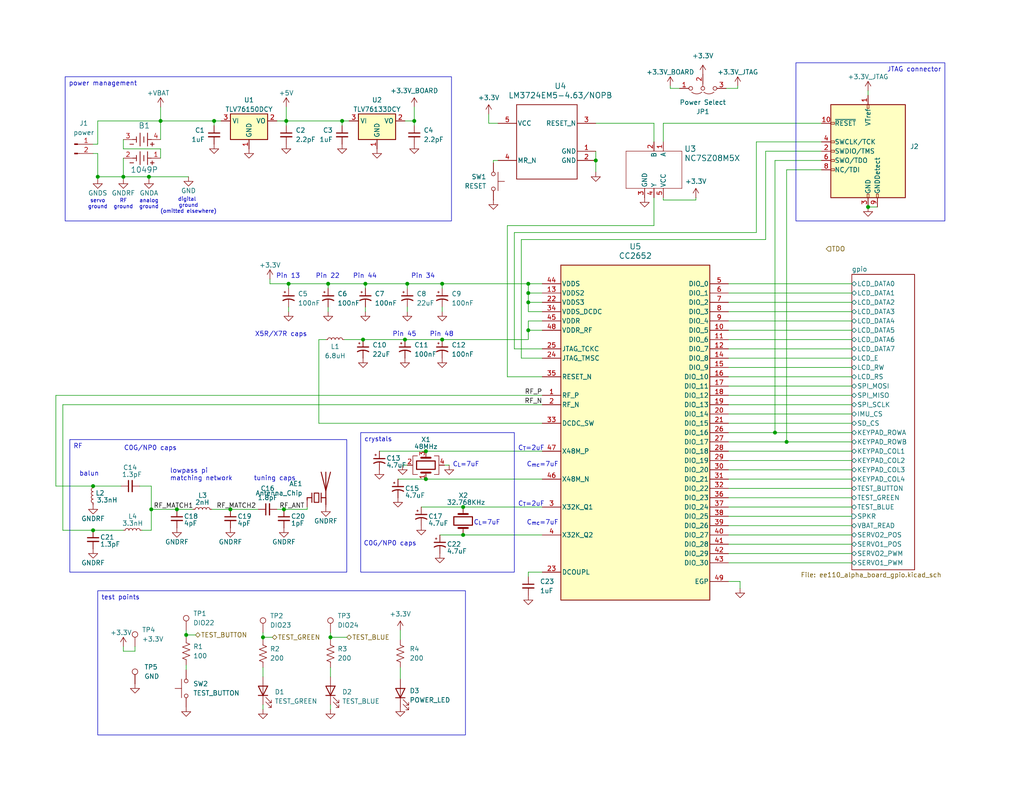
<source format=kicad_sch>
(kicad_sch (version 20231120) (generator "eeschema") (generator_version "8.0")
  (paper "A")
  (title_block (title "EE 110 Alpha Board - rev.2") (date "2024-04-25") (rev "1.0.0") (company "Adam Krivka"))
  (lib_symbols
    (symbol "+3.3V_1" (power) (pin_numbers hide) (pin_names (offset 0) hide)
      (property "Value" "+3.3V" (at 0 3.556 0))
      (symbol "+3.3V_1_1_1"
        (pin power_in line (at 0 0 90) (length 0) (name "~") (number "1"))
      )
    )
    (symbol "+3.3V_2" (power) (pin_numbers hide) (pin_names (offset 0) hide)
      (property "Value" "+3.3V" (at 0 3.556 0))
      (symbol "+3.3V_2_1_1"
        (pin power_in line (at 0 0 90) (length 0) (name "~") (number "1"))
      )
    )
    (symbol "+3.3V_3" (power) (pin_numbers hide) (pin_names (offset 0) hide)
      (property "Value" "+3.3V" (at 0 3.556 0))
      (symbol "+3.3V_3_1_1"
        (pin power_in line (at 0 0 90) (length 0) (name "~") (number "1"))
      )
    )
    (symbol "+3.3V_4" (power) (pin_numbers hide) (pin_names (offset 0) hide)
      (property "Value" "+3.3V" (at 0 3.556 0))
      (symbol "+3.3V_4_1_1"
        (pin power_in line (at 0 0 90) (length 0) (name "~") (number "1"))
      )
    )
    (symbol "CC26X2R:CC2652R1FRGZR" (pin_names (offset 0.254))
      (property "Reference" "U7" (at 0 49.53 0))
      (property "Value" "CC2652R1FRGZR" (at 0 46.99 0))
      (symbol "CC2652R1FRGZR_0_1"
        (pin bidirectional line (at -25.4 10.16 0) (length 5.08) (name "RF_P") (number "1"))
        (pin bidirectional line (at 25.4 27.94 180) (length 5.08) (name "DIO_5") (number "10"))
        (pin bidirectional line (at 25.4 25.4 180) (length 5.08) (name "DIO_6") (number "11"))
        (pin bidirectional line (at 25.4 22.86 180) (length 5.08) (name "DIO_7") (number "12"))
        (pin power_in line (at -25.4 38.1 0) (length 5.08) (name "VDDS2") (number "13"))
        (pin bidirectional line (at 25.4 20.32 180) (length 5.08) (name "DIO_8") (number "14"))
        (pin bidirectional line (at 25.4 17.78 180) (length 5.08) (name "DIO_9") (number "15"))
        (pin bidirectional line (at 25.4 15.24 180) (length 5.08) (name "DIO_10") (number "16"))
        (pin bidirectional line (at 25.4 12.7 180) (length 5.08) (name "DIO_11") (number "17"))
        (pin bidirectional line (at 25.4 10.16 180) (length 5.08) (name "DIO_12") (number "18"))
        (pin bidirectional line (at 25.4 7.62 180) (length 5.08) (name "DIO_13") (number "19"))
        (pin bidirectional line (at -25.4 7.62 0) (length 5.08) (name "RF_N") (number "2"))
        (pin bidirectional line (at 25.4 5.08 180) (length 5.08) (name "DIO_14") (number "20"))
        (pin bidirectional line (at 25.4 2.54 180) (length 5.08) (name "DIO_15") (number "21"))
        (pin power_in line (at -25.4 35.56 0) (length 5.08) (name "VDDS3") (number "22"))
        (pin unspecified line (at -25.4 -38.1 0) (length 5.08) (name "DCOUPL") (number "23"))
        (pin bidirectional line (at -25.4 20.32 0) (length 5.08) (name "JTAG_TMSC") (number "24"))
        (pin bidirectional line (at -25.4 22.86 0) (length 5.08) (name "JTAG_TCKC") (number "25"))
        (pin bidirectional line (at 25.4 0 180) (length 5.08) (name "DIO_16") (number "26"))
        (pin bidirectional line (at 25.4 -2.54 180) (length 5.08) (name "DIO_17") (number "27"))
        (pin bidirectional line (at 25.4 -5.08 180) (length 5.08) (name "DIO_18") (number "28"))
        (pin bidirectional line (at 25.4 -7.62 180) (length 5.08) (name "DIO_19") (number "29"))
        (pin bidirectional line (at -25.4 -20.32 0) (length 5.08) (name "X32K_Q1") (number "3"))
        (pin bidirectional line (at 25.4 -10.16 180) (length 5.08) (name "DIO_20") (number "30"))
        (pin bidirectional line (at 25.4 -12.7 180) (length 5.08) (name "DIO_21") (number "31"))
        (pin bidirectional line (at 25.4 -15.24 180) (length 5.08) (name "DIO_22") (number "32"))
        (pin power_in line (at -25.4 2.54 0) (length 5.08) (name "DCDC_SW") (number "33"))
        (pin power_in line (at -25.4 33.02 0) (length 5.08) (name "VDDS_DCDC") (number "34"))
        (pin input line (at -25.4 15.24 0) (length 5.08) (name "RESET_N") (number "35"))
        (pin bidirectional line (at 25.4 -17.78 180) (length 5.08) (name "DIO_23") (number "36"))
        (pin bidirectional line (at 25.4 -20.32 180) (length 5.08) (name "DIO_24") (number "37"))
        (pin bidirectional line (at 25.4 -22.86 180) (length 5.08) (name "DIO_25") (number "38"))
        (pin bidirectional line (at 25.4 -25.4 180) (length 5.08) (name "DIO_26") (number "39"))
        (pin bidirectional line (at -25.4 -27.94 0) (length 5.08) (name "X32K_Q2") (number "4"))
        (pin bidirectional line (at 25.4 -27.94 180) (length 5.08) (name "DIO_27") (number "40"))
        (pin bidirectional line (at 25.4 -30.48 180) (length 5.08) (name "DIO_28") (number "41"))
        (pin bidirectional line (at 25.4 -33.02 180) (length 5.08) (name "DIO_29") (number "42"))
        (pin bidirectional line (at 25.4 -35.56 180) (length 5.08) (name "DIO_30") (number "43"))
        (pin power_in line (at -25.4 40.64 0) (length 5.08) (name "VDDS") (number "44"))
        (pin power_in line (at -25.4 30.48 0) (length 5.08) (name "VDDR") (number "45"))
        (pin bidirectional line (at -25.4 -12.7 0) (length 5.08) (name "X48M_N") (number "46"))
        (pin bidirectional line (at -25.4 -5.08 0) (length 5.08) (name "X48M_P") (number "47"))
        (pin power_in line (at -25.4 27.94 0) (length 5.08) (name "VDDR_RF") (number "48"))
        (pin power_in line (at 25.4 -40.64 180) (length 5.08) (name "EGP") (number "49"))
        (pin bidirectional line (at 25.4 40.64 180) (length 5.08) (name "DIO_0") (number "5"))
        (pin bidirectional line (at 25.4 38.1 180) (length 5.08) (name "DIO_1") (number "6"))
        (pin bidirectional line (at 25.4 35.56 180) (length 5.08) (name "DIO_2") (number "7"))
        (pin bidirectional line (at 25.4 33.02 180) (length 5.08) (name "DIO_3") (number "8"))
        (pin bidirectional line (at 25.4 30.48 180) (length 5.08) (name "DIO_4") (number "9"))
      )
    )
    (symbol "Connector:Conn_01x02_Pin" (pin_names (offset 1.016) hide)
      (property "Reference" "J" (at 0 2.54 0))
      (property "Value" "Conn_01x02_Pin" (at 0 -5.08 0))
      (symbol "Conn_01x02_Pin_1_1"
        (pin passive line (at 5.08 0 180) (length 3.81) (name "Pin_1") (number "1"))
        (pin passive line (at 5.08 -2.54 180) (length 3.81) (name "Pin_2") (number "2"))
      )
    )
    (symbol "Connector:Conn_ARM_JTAG_SWD_10" (pin_names (offset 1.016))
      (property "Reference" "J" (at -2.54 16.51 0))
      (property "Value" "Conn_ARM_JTAG_SWD_10" (at -2.54 13.97 0))
      (symbol "Conn_ARM_JTAG_SWD_10_1_1"
        (pin power_in line (at 0 15.24 270) (length 2.54) (name "VTref") (number "1"))
        (pin open_collector line (at 12.7 7.62 180) (length 2.54) (name "~{RESET}") (number "10"))
        (pin bidirectional line (at 12.7 0 180) (length 2.54) (name "SWDIO/TMS") (number "2"))
        (pin power_in line (at 0 -15.24 90) (length 2.54) (name "GND") (number "3"))
        (pin output line (at 12.7 2.54 180) (length 2.54) (name "SWCLK/TCK") (number "4"))
        (pin passive line (at 0 -15.24 90) (length 2.54) hide (name "GND") (number "5"))
        (pin input line (at 12.7 -2.54 180) (length 2.54) (name "SWO/TDO") (number "6"))
        (pin no_connect line (at -10.16 0 0) (length 2.54) hide (name "KEY") (number "7"))
        (pin output line (at 12.7 -5.08 180) (length 2.54) (name "NC/TDI") (number "8"))
        (pin passive line (at -2.54 -15.24 90) (length 2.54) (name "GNDDetect") (number "9"))
      )
    )
    (symbol "Connector:TestPoint" (pin_numbers hide) (pin_names (offset 0.762) hide)
      (property "Reference" "TP" (at 0 6.858 0))
      (property "Value" "TestPoint" (at 0 5.08 0))
      (symbol "TestPoint_1_1"
        (pin passive line (at 0 0 90) (length 2.54) (name "1") (number "1"))
      )
    )
    (symbol "Device:Antenna_Chip" (pin_numbers hide) (pin_names (offset 1.016) hide)
      (property "Reference" "AE" (at 0 5.08 0))
      (property "Value" "Antenna_Chip" (at 0 3.175 0))
      (symbol "Antenna_Chip_1_1"
        (pin input line (at -2.54 -2.54 90) (length 2.54) (name "FEED") (number "1"))
        (pin passive line (at 2.54 -2.54 90) (length 2.54) (name "PCB_Trace") (number "2"))
      )
    )
    (symbol "Device:C_Polarized_Small_US" (pin_numbers hide) (pin_names (offset 0.254) hide)
      (property "Reference" "C" (at 0.254 1.778 0))
      (property "Value" "C_Polarized_Small_US" (at 0.254 -2.032 0))
      (symbol "C_Polarized_Small_US_1_1"
        (pin passive line (at 0 2.54 270) (length 2.032) (name "~") (number "1"))
        (pin passive line (at 0 -2.54 90) (length 2.032) (name "~") (number "2"))
      )
    )
    (symbol "Device:C_Small" (pin_numbers hide) (pin_names (offset 0.254) hide)
      (property "Reference" "C" (at 0.254 1.778 0))
      (property "Value" "C_Small" (at 0.254 -2.032 0))
      (symbol "C_Small_1_1"
        (pin passive line (at 0 2.54 270) (length 2.032) (name "~") (number "1"))
        (pin passive line (at 0 -2.54 90) (length 2.032) (name "~") (number "2"))
      )
    )
    (symbol "Device:Crystal" (pin_numbers hide) (pin_names (offset 1.016) hide)
      (property "Reference" "Y" (at 0 3.81 0))
      (property "Value" "Crystal" (at 0 -3.81 0))
      (symbol "Crystal_1_1"
        (pin passive line (at -3.81 0 0) (length 1.27) (name "1") (number "1"))
        (pin passive line (at 3.81 0 180) (length 1.27) (name "2") (number "2"))
      )
    )
    (symbol "Device:Crystal_GND24" (pin_names (offset 1.016) hide)
      (property "Reference" "Y" (at 3.175 5.08 0))
      (property "Value" "Crystal_GND24" (at 3.175 3.175 0))
      (symbol "Crystal_GND24_1_1"
        (pin passive line (at -3.81 0 0) (length 1.27) (name "1") (number "1"))
        (pin passive line (at 0 5.08 270) (length 1.27) (name "2") (number "2"))
        (pin passive line (at 3.81 0 180) (length 1.27) (name "3") (number "3"))
        (pin passive line (at 0 -5.08 90) (length 1.27) (name "4") (number "4"))
      )
    )
    (symbol "Device:LED" (pin_numbers hide) (pin_names (offset 1.016) hide)
      (property "Reference" "D" (at 0 2.54 0))
      (property "Value" "LED" (at 0 -2.54 0))
      (symbol "LED_1_1"
        (pin passive line (at -3.81 0 0) (length 2.54) (name "K") (number "1"))
        (pin passive line (at 3.81 0 180) (length 2.54) (name "A") (number "2"))
      )
    )
    (symbol "Device:L_Small" (pin_numbers hide) (pin_names (offset 0.254) hide)
      (property "Reference" "L" (at 0.762 1.016 0))
      (property "Value" "L_Small" (at 0.762 -1.016 0))
      (symbol "L_Small_1_1"
        (pin passive line (at 0 2.54 270) (length 0.508) (name "~") (number "1"))
        (pin passive line (at 0 -2.54 90) (length 0.508) (name "~") (number "2"))
      )
    )
    (symbol "Device:R_US" (pin_numbers hide) (pin_names (offset 0))
      (property "Reference" "R" (at 2.54 0 90))
      (property "Value" "R_US" (at -2.54 0 90))
      (symbol "R_US_1_1"
        (pin passive line (at 0 3.81 270) (length 1.27) (name "~") (number "1"))
        (pin passive line (at 0 -3.81 90) (length 1.27) (name "~") (number "2"))
      )
    )
    (symbol "EE110_Battery:1049P" (pin_names (offset 0.254))
      (property "Reference" "B1" (at 4.445 -8.89 0))
      (property "Value" "1049P" (at 4.445 3.175 0))
      (symbol "1049P_1_1"
        (pin unspecified line (at 0 0 0) (length 2.54) (name "") (number "1"))
        (pin unspecified line (at 10.16 0 180) (length 2.54) (name "") (number "2"))
        (pin unspecified line (at 10.16 -5.08 180) (length 2.54) (name "") (number "3"))
        (pin unspecified line (at 0 -5.08 0) (length 2.54) (name "") (number "4"))
      )
    )
    (symbol "GND_2" (power) (pin_numbers hide) (pin_names (offset 0) hide)
      (property "Value" "GND" (at 0 -3.81 0))
      (symbol "GND_2_1_1"
        (pin power_in line (at 0 0 270) (length 0) (name "~") (number "1"))
      )
    )
    (symbol "GND_3" (power) (pin_numbers hide) (pin_names (offset 0) hide)
      (property "Value" "GND" (at 0 -3.81 0))
      (symbol "GND_3_1_1"
        (pin power_in line (at 0 0 270) (length 0) (name "~") (number "1"))
      )
    )
    (symbol "Jumper:Jumper_3_Open" (pin_names (offset 0) hide) (exclude_from_sim yes) (in_bom no)
      (property "Reference" "JP" (at -2.54 -2.54 0))
      (property "Value" "Jumper_3_Open" (at 0 2.794 0))
      (symbol "Jumper_3_Open_1_1"
        (pin passive line (at -6.35 0 0) (length 2.54) (name "A") (number "1"))
        (pin passive line (at 0 -3.81 90) (length 2.54) (name "C") (number "2"))
        (pin passive line (at 6.35 0 180) (length 2.54) (name "B") (number "3"))
      )
    )
    (symbol "Regulator_Linear:TLV76133DCY"
      (property "Reference" "U" (at -7.62 6.35 0))
      (property "Value" "TLV76133DCY" (at -1.27 6.35 0))
      (symbol "TLV76133DCY_1_1"
        (pin power_in line (at 0 -7.62 90) (length 2.54) (name "GND") (number "1"))
        (pin power_out line (at 7.62 0 180) (length 2.54) (name "VO") (number "2"))
        (pin power_in line (at -7.62 0 0) (length 2.54) (name "VI") (number "3"))
      )
    )
    (symbol "Regulator_Linear:TLV76150DCY"
      (property "Reference" "U" (at -7.62 6.35 0))
      (property "Value" "TLV76150DCY" (at -1.27 6.35 0))
      (symbol "TLV76150DCY_1_1"
        (pin power_in line (at 0 -7.62 90) (length 2.54) (name "GND") (number "1"))
        (pin power_out line (at 7.62 0 180) (length 2.54) (name "VO") (number "2"))
        (pin power_in line (at -7.62 0 0) (length 2.54) (name "VI") (number "3"))
      )
    )
    (symbol "Switch:SW_Push" (pin_numbers hide) (pin_names (offset 1.016) hide)
      (property "Reference" "SW" (at 1.27 2.54 0))
      (property "Value" "SW_Push" (at 0 -1.524 0))
      (symbol "SW_Push_0_1"
        (pin passive line (at -5.08 0 0) (length 2.54) (name "1") (number "1"))
        (pin passive line (at 5.08 0 180) (length 2.54) (name "2") (number "2"))
      )
    )
    (symbol "and_gate:NC7SZ08M5X" (pin_names (offset 0.254))
      (property "Reference" "U2" (at 11.4299 6.35 90))
      (property "Value" "NC7SZ08M5X" (at 13.9699 6.35 90))
      (symbol "NC7SZ08M5X_1_1"
        (pin input line (at 5.08 0 0) (length 2.54) (name "A") (number "1"))
        (pin input line (at 5.08 -2.54 0) (length 2.54) (name "B") (number "2"))
        (pin power_in line (at 20.32 -5.08 180) (length 2.54) (name "GND") (number "3"))
        (pin output line (at 20.32 -2.54 180) (length 2.54) (name "Y") (number "4"))
        (pin power_in line (at 20.32 0 180) (length 2.54) (name "VCC") (number "5"))
      )
    )
    (symbol "power:+3.3V" (power) (pin_names (offset 0))
      (property "Value" "+3.3V" (at 0 3.556 0))
      (symbol "+3.3V_1_1"
        (pin power_in line (at 0 0 90) (length 0) hide (name "+3.3V") (number "1"))
      )
    )
    (symbol "power:+5V" (power) (pin_names (offset 0))
      (property "Value" "+5V" (at 0 3.556 0))
      (symbol "+5V_1_1"
        (pin power_in line (at 0 0 90) (length 0) hide (name "+5V") (number "1"))
      )
    )
    (symbol "power:+5VD" (power) (pin_names (offset 0))
      (property "Value" "+5VD" (at 0 3.556 0))
      (symbol "+5VD_1_1"
        (pin power_in line (at 0 0 90) (length 0) hide (name "+5VD") (number "1"))
      )
    )
    (symbol "power:GND" (power) (pin_names (offset 0))
      (property "Value" "GND" (at 0 -3.81 0))
      (symbol "GND_1_1"
        (pin power_in line (at 0 0 270) (length 0) hide (name "GND") (number "1"))
      )
    )
    (symbol "power:GND1" (power) (pin_names (offset 0))
      (property "Value" "GNDR" (at 0 -3.81 0))
      (symbol "GND1_1_1"
        (pin power_in line (at 0 0 270) (length 0) hide (name "GND1") (number "1"))
      )
    )
    (symbol "power:GNDA" (power) (pin_names (offset 0))
      (property "Value" "GNDA" (at 0 -3.81 0))
      (symbol "GNDA_1_1"
        (pin power_in line (at 0 0 270) (length 0) hide (name "GNDA") (number "1"))
      )
    )
    (symbol "power:GNDS" (power) (pin_names (offset 0))
      (property "Value" "GNDS" (at 0 -3.81 0))
      (symbol "GNDS_1_1"
        (pin power_in line (at 0 0 270) (length 0) hide (name "GNDS") (number "1"))
      )
    )
    (symbol "reset_chip:LM3724EM5-4.63_NOPB" (pin_names (offset 0.254))
      (property "Reference" "U1" (at -5.842 15.24 0))
      (property "Value" "LM3724EM5-4.63/NOPB" (at -5.842 12.7 0))
      (symbol "LM3724EM5-4.63_NOPB_0_1"
        (pin power_in line (at 3.81 -2.54 180) (length 5.08) (name "GND") (number "1"))
        (pin power_in line (at 3.81 -5.08 180) (length 5.08) (name "GND") (number "2"))
        (pin output line (at 3.81 5.08 180) (length 5.08) (name "RESET_N") (number "3"))
        (pin input line (at -22.86 -5.08 0) (length 5.08) (name "MR_N") (number "4"))
        (pin power_in line (at -22.86 5.08 0) (length 5.08) (name "VCC") (number "5"))
      )
    )
  )
  (junction (at 116.205 123.19))
  (junction (at 126.365 138.43))
  (junction (at 144.145 90.17))
  (junction (at 78.105 33.02))
  (junction (at 120.65 77.47))
  (junction (at 40.64 48.26))
  (junction (at 111.125 77.47))
  (junction (at 89.535 77.47))
  (junction (at 62.865 139.065))
  (junction (at 126.365 146.05))
  (junction (at 77.47 139.065))
  (junction (at 93.345 33.02))
  (junction (at 162.56 43.815))
  (junction (at 120.65 92.71))
  (junction (at 50.8 173.355))
  (junction (at 33.655 48.26))
  (junction (at 144.145 77.47))
  (junction (at 211.455 118.11))
  (junction (at 26.67 48.26))
  (junction (at 113.03 33.02))
  (junction (at 71.755 173.99))
  (junction (at 99.06 92.71))
  (junction (at 144.145 82.55))
  (junction (at 144.145 80.01))
  (junction (at 25.4 132.715))
  (junction (at 99.695 77.47))
  (junction (at 41.275 139.065))
  (junction (at 90.17 173.99))
  (junction (at 78.74 77.47))
  (junction (at 214.63 120.65))
  (junction (at 25.4 144.78))
  (junction (at 43.815 33.02))
  (junction (at 116.205 130.81))
  (junction (at 236.855 56.515))
  (junction (at 48.26 139.065))
  (junction (at 110.49 92.71))
  (junction (at 58.42 33.02))
  (wire (pts (xy 26.67 41.91) (xy 26.67 48.26)))
  (wire (pts (xy 180.975 54.61) (xy 189.865 54.61)))
  (wire (pts (xy 40.64 48.26) (xy 51.435 48.26)))
  (wire (pts (xy 126.365 146.05) (xy 147.955 146.05)))
  (wire (pts (xy 25.4 144.78) (xy 33.655 144.78)))
  (wire (pts (xy 198.755 143.51) (xy 232.41 143.51)))
  (wire (pts (xy 99.695 77.47) (xy 99.695 78.74)))
  (wire (pts (xy 144.145 85.09) (xy 147.955 85.09)))
  (wire (pts (xy 198.755 115.57) (xy 232.41 115.57)))
  (wire (pts (xy 17.145 110.49) (xy 147.955 110.49)))
  (wire (pts (xy 71.755 182.245) (xy 71.755 184.785)))
  (wire (pts (xy 144.145 82.55) (xy 147.955 82.55)))
  (wire (pts (xy 120.015 146.05) (xy 126.365 146.05)))
  (wire (pts (xy 93.98 92.71) (xy 99.06 92.71)))
  (wire (pts (xy 198.755 102.87) (xy 232.41 102.87)))
  (wire (pts (xy 109.22 182.245) (xy 109.22 185.42)))
  (wire (pts (xy 138.43 102.87) (xy 147.955 102.87)))
  (wire (pts (xy 198.755 95.25) (xy 232.41 95.25)))
  (wire (pts (xy 198.755 135.89) (xy 232.41 135.89)))
  (wire (pts (xy 75.565 33.02) (xy 78.105 33.02)))
  (wire (pts (xy 33.655 40.64) (xy 43.815 40.64)))
  (wire (pts (xy 78.74 83.82) (xy 78.74 85.09)))
  (wire (pts (xy 120.65 77.47) (xy 144.145 77.47)))
  (wire (pts (xy 78.105 33.02) (xy 93.345 33.02)))
  (wire (pts (xy 144.145 77.47) (xy 147.955 77.47)))
  (wire (pts (xy 142.24 65.405) (xy 142.24 97.79)))
  (wire (pts (xy 198.755 133.35) (xy 232.41 133.35)))
  (wire (pts (xy 99.695 77.47) (xy 111.125 77.47)))
  (wire (pts (xy 89.535 77.47) (xy 89.535 78.74)))
  (wire (pts (xy 113.03 33.02) (xy 113.03 34.29)))
  (wire (pts (xy 86.995 115.57) (xy 147.955 115.57)))
  (wire (pts (xy 43.815 33.02) (xy 43.815 38.1)))
  (wire (pts (xy 198.755 113.03) (xy 232.41 113.03)))
  (wire (pts (xy 134.62 43.815) (xy 134.62 44.45)))
  (wire (pts (xy 111.125 77.47) (xy 111.125 78.74)))
  (wire (pts (xy 25.4 41.91) (xy 26.67 41.91)))
  (wire (pts (xy 103.505 123.19) (xy 116.205 123.19)))
  (wire (pts (xy 110.49 92.71) (xy 120.65 92.71)))
  (wire (pts (xy 214.63 120.65) (xy 232.41 120.65)))
  (wire (pts (xy 15.24 132.715) (xy 25.4 132.715)))
  (wire (pts (xy 93.345 33.02) (xy 95.25 33.02)))
  (wire (pts (xy 178.435 33.655) (xy 178.435 38.735)))
  (wire (pts (xy 206.375 38.735) (xy 224.155 38.735)))
  (wire (pts (xy 133.35 33.655) (xy 133.35 31.115)))
  (wire (pts (xy 78.74 77.47) (xy 78.74 78.74)))
  (wire (pts (xy 140.335 95.25) (xy 140.335 63.5)))
  (wire (pts (xy 41.275 139.065) (xy 48.26 139.065)))
  (wire (pts (xy 41.275 139.065) (xy 41.275 132.715)))
  (wire (pts (xy 208.915 41.275) (xy 208.915 65.405)))
  (wire (pts (xy 33.655 48.26) (xy 40.64 48.26)))
  (wire (pts (xy 89.535 83.82) (xy 89.535 85.09)))
  (wire (pts (xy 77.47 139.065) (xy 83.82 139.065)))
  (wire (pts (xy 111.125 77.47) (xy 120.65 77.47)))
  (wire (pts (xy 43.815 33.02) (xy 58.42 33.02)))
  (wire (pts (xy 224.155 46.355) (xy 214.63 46.355)))
  (wire (pts (xy 135.89 33.655) (xy 133.35 33.655)))
  (wire (pts (xy 180.975 33.655) (xy 224.155 33.655)))
  (wire (pts (xy 110.49 33.02) (xy 113.03 33.02)))
  (wire (pts (xy 121.285 127) (xy 122.555 127)))
  (wire (pts (xy 36.83 177.8) (xy 36.83 176.53)))
  (wire (pts (xy 25.4 132.715) (xy 33.02 132.715)))
  (wire (pts (xy 198.755 140.97) (xy 232.41 140.97)))
  (wire (pts (xy 62.865 139.065) (xy 70.485 139.065)))
  (wire (pts (xy 138.43 61.595) (xy 138.43 102.87)))
  (wire (pts (xy 57.785 139.065) (xy 62.865 139.065)))
  (wire (pts (xy 90.17 173.99) (xy 90.17 174.625)))
  (wire (pts (xy 198.12 24.13) (xy 201.295 24.13)))
  (wire (pts (xy 182.88 24.13) (xy 182.88 23.495)))
  (wire (pts (xy 185.42 24.13) (xy 182.88 24.13)))
  (wire (pts (xy 180.975 54.61) (xy 180.975 53.975)))
  (wire (pts (xy 162.56 41.275) (xy 162.56 43.815)))
  (wire (pts (xy 33.655 177.8) (xy 33.655 176.53)))
  (wire (pts (xy 198.755 92.71) (xy 232.41 92.71)))
  (wire (pts (xy 15.24 107.95) (xy 147.955 107.95)))
  (wire (pts (xy 75.565 139.065) (xy 77.47 139.065)))
  (wire (pts (xy 198.755 82.55) (xy 232.41 82.55)))
  (wire (pts (xy 120.65 83.82) (xy 120.65 85.09)))
  (wire (pts (xy 198.755 105.41) (xy 232.41 105.41)))
  (wire (pts (xy 198.755 128.27) (xy 232.41 128.27)))
  (wire (pts (xy 198.755 138.43) (xy 232.41 138.43)))
  (wire (pts (xy 198.755 77.47) (xy 232.41 77.47)))
  (wire (pts (xy 189.865 54.61) (xy 189.865 53.975)))
  (wire (pts (xy 36.83 177.8) (xy 33.655 177.8)))
  (wire (pts (xy 201.93 158.75) (xy 201.93 160.655)))
  (wire (pts (xy 144.145 156.21) (xy 144.145 157.48)))
  (wire (pts (xy 90.17 173.99) (xy 94.615 173.99)))
  (wire (pts (xy 144.145 90.17) (xy 144.145 92.71)))
  (wire (pts (xy 144.145 80.01) (xy 144.145 77.47)))
  (wire (pts (xy 144.145 87.63) (xy 144.145 90.17)))
  (wire (pts (xy 78.74 77.47) (xy 89.535 77.47)))
  (wire (pts (xy 120.65 92.71) (xy 144.145 92.71)))
  (wire (pts (xy 201.295 24.13) (xy 201.295 23.495)))
  (wire (pts (xy 71.755 173.99) (xy 71.755 172.72)))
  (wire (pts (xy 111.125 83.82) (xy 111.125 85.09)))
  (wire (pts (xy 198.755 123.19) (xy 232.41 123.19)))
  (wire (pts (xy 58.42 33.02) (xy 60.325 33.02)))
  (wire (pts (xy 33.655 48.26) (xy 33.655 48.895)))
  (wire (pts (xy 53.34 173.355) (xy 50.8 173.355)))
  (wire (pts (xy 109.22 172.085) (xy 109.22 174.625)))
  (wire (pts (xy 147.955 90.17) (xy 144.145 90.17)))
  (wire (pts (xy 90.17 182.245) (xy 90.17 184.785)))
  (wire (pts (xy 26.67 39.37) (xy 26.67 33.02)))
  (wire (pts (xy 89.535 77.47) (xy 99.695 77.47)))
  (wire (pts (xy 99.06 92.71) (xy 110.49 92.71)))
  (wire (pts (xy 86.995 92.71) (xy 86.995 115.57)))
  (wire (pts (xy 198.755 153.67) (xy 232.41 153.67)))
  (wire (pts (xy 211.455 118.11) (xy 232.41 118.11)))
  (wire (pts (xy 198.755 90.17) (xy 232.41 90.17)))
  (wire (pts (xy 38.735 144.78) (xy 41.275 144.78)))
  (wire (pts (xy 144.145 80.01) (xy 147.955 80.01)))
  (wire (pts (xy 116.205 123.19) (xy 147.955 123.19)))
  (wire (pts (xy 90.17 173.99) (xy 90.17 172.72)))
  (wire (pts (xy 198.755 80.01) (xy 232.41 80.01)))
  (wire (pts (xy 236.855 56.515) (xy 239.395 56.515)))
  (wire (pts (xy 198.755 85.09) (xy 232.41 85.09)))
  (wire (pts (xy 78.105 29.21) (xy 78.105 33.02)))
  (wire (pts (xy 71.755 192.405) (xy 71.755 193.675)))
  (wire (pts (xy 17.145 110.49) (xy 17.145 144.78)))
  (wire (pts (xy 41.275 144.78) (xy 41.275 139.065)))
  (wire (pts (xy 178.435 53.975) (xy 178.435 61.595)))
  (wire (pts (xy 113.03 29.21) (xy 113.03 33.02)))
  (wire (pts (xy 211.455 43.815) (xy 211.455 118.11)))
  (wire (pts (xy 198.755 110.49) (xy 232.41 110.49)))
  (wire (pts (xy 50.8 181.61) (xy 50.8 182.88)))
  (wire (pts (xy 40.64 48.26) (xy 40.64 48.895)))
  (wire (pts (xy 198.755 118.11) (xy 211.455 118.11)))
  (wire (pts (xy 93.345 33.02) (xy 93.345 34.29)))
  (wire (pts (xy 58.42 33.02) (xy 58.42 34.29)))
  (wire (pts (xy 120.65 77.47) (xy 120.65 78.74)))
  (wire (pts (xy 78.105 33.02) (xy 78.105 34.29)))
  (wire (pts (xy 26.67 48.26) (xy 26.67 48.895)))
  (wire (pts (xy 198.755 87.63) (xy 232.41 87.63)))
  (wire (pts (xy 208.915 41.275) (xy 224.155 41.275)))
  (wire (pts (xy 17.145 144.78) (xy 25.4 144.78)))
  (wire (pts (xy 147.955 156.21) (xy 144.145 156.21)))
  (wire (pts (xy 135.89 43.815) (xy 134.62 43.815)))
  (wire (pts (xy 48.26 139.065) (xy 52.705 139.065)))
  (wire (pts (xy 198.755 125.73) (xy 232.41 125.73)))
  (wire (pts (xy 214.63 46.355) (xy 214.63 120.65)))
  (wire (pts (xy 208.915 65.405) (xy 142.24 65.405)))
  (wire (pts (xy 25.4 39.37) (xy 26.67 39.37)))
  (wire (pts (xy 26.67 33.02) (xy 43.815 33.02)))
  (wire (pts (xy 126.365 138.43) (xy 147.955 138.43)))
  (wire (pts (xy 71.755 173.99) (xy 71.755 174.625)))
  (wire (pts (xy 162.56 43.815) (xy 162.56 46.99)))
  (wire (pts (xy 224.155 43.815) (xy 211.455 43.815)))
  (wire (pts (xy 140.335 63.5) (xy 206.375 63.5)))
  (wire (pts (xy 50.8 173.355) (xy 50.8 172.085)))
  (wire (pts (xy 109.855 127) (xy 111.125 127)))
  (wire (pts (xy 15.24 107.95) (xy 15.24 132.715)))
  (wire (pts (xy 142.24 97.79) (xy 147.955 97.79)))
  (wire (pts (xy 26.67 48.26) (xy 33.655 48.26)))
  (wire (pts (xy 144.145 82.55) (xy 144.145 80.01)))
  (wire (pts (xy 144.145 85.09) (xy 144.145 82.55)))
  (wire (pts (xy 236.855 24.765) (xy 236.855 26.035)))
  (wire (pts (xy 33.655 38.1) (xy 33.655 40.64)))
  (wire (pts (xy 198.755 97.79) (xy 232.41 97.79)))
  (wire (pts (xy 90.17 192.405) (xy 90.17 193.675)))
  (wire (pts (xy 198.755 151.13) (xy 232.41 151.13)))
  (wire (pts (xy 206.375 63.5) (xy 206.375 38.735)))
  (wire (pts (xy 73.66 76.2) (xy 73.66 77.47)))
  (wire (pts (xy 198.755 130.81) (xy 232.41 130.81)))
  (wire (pts (xy 43.815 40.64) (xy 43.815 43.18)))
  (wire (pts (xy 43.815 29.21) (xy 43.815 33.02)))
  (wire (pts (xy 138.43 61.595) (xy 178.435 61.595)))
  (wire (pts (xy 116.205 130.81) (xy 147.955 130.81)))
  (wire (pts (xy 162.56 33.655) (xy 178.435 33.655)))
  (wire (pts (xy 41.275 132.715) (xy 38.1 132.715)))
  (wire (pts (xy 99.695 83.82) (xy 99.695 85.09)))
  (wire (pts (xy 50.8 173.355) (xy 50.8 173.99)))
  (wire (pts (xy 198.755 100.33) (xy 232.41 100.33)))
  (wire (pts (xy 147.955 95.25) (xy 140.335 95.25)))
  (wire (pts (xy 201.93 158.75) (xy 198.755 158.75)))
  (wire (pts (xy 73.66 77.47) (xy 78.74 77.47)))
  (wire (pts (xy 114.935 138.43) (xy 126.365 138.43)))
  (wire (pts (xy 86.995 92.71) (xy 88.9 92.71)))
  (wire (pts (xy 144.145 87.63) (xy 147.955 87.63)))
  (wire (pts (xy 198.755 148.59) (xy 232.41 148.59)))
  (wire (pts (xy 33.655 43.18) (xy 33.655 48.26)))
  (wire (pts (xy 83.82 139.065) (xy 83.82 138.43)))
  (wire (pts (xy 198.755 146.05) (xy 232.41 146.05)))
  (wire (pts (xy 198.755 120.65) (xy 214.63 120.65)))
  (wire (pts (xy 108.585 130.81) (xy 116.205 130.81)))
  (wire (pts (xy 180.975 33.655) (xy 180.975 38.735)))
  (wire (pts (xy 198.755 107.95) (xy 232.41 107.95)))
  (wire (pts (xy 74.295 173.99) (xy 71.755 173.99)))
  (text_box "power management" (at 17.78 20.955 0) (size 105.41 39.37) (effects (font (size 1.27 1.27)) (justify left top)))
  (text_box "JTAG connector\n" (at 217.17 17.145 0) (size 40.64 43.18) (effects (font (size 1.27 1.27)) (justify right top)))
  (text_box "RF" (at 19.05 120.015 0) (size 75.565 36.195) (effects (font (size 1.27 1.27)) (justify left top)))
  (text_box "crystals" (at 98.425 118.11 0) (size 41.91 38.1) (effects (font (size 1.27 1.27)) (justify left top)))
  (text_box "test points" (at 26.67 161.29 0) (size 100.33 39.37) (effects (font (size 1.27 1.27)) (justify left top)))
  (text "Pin 22\n" (at 92.71 76.2 0) (effects (font (size 1.27 1.27)) (justify right bottom)))
  (text "C_{mc}=7uF" (at 152.4 127.635 0) (effects (font (size 1.27 1.27)) (justify right bottom)))
  (text "tuning caps" (at 69.215 131.445 0) (effects (font (size 1.27 1.27)) (justify left bottom)))
  (text "Pin 44\n" (at 102.87 76.2 0) (effects (font (size 1.27 1.27)) (justify right bottom)))
  (text "lowpass pi \nmatching network" (at 46.355 131.445 0) (effects (font (size 1.27 1.27)) (justify left bottom)))
  (text "C0G/NP0 caps" (at 48.26 123.19 0) (effects (font (size 1.27 1.27)) (justify right bottom)))
  (text "X5R/X7R caps" (at 83.82 92.075 0) (effects (font (size 1.27 1.27)) (justify right bottom)))
  (text "C0G/NP0 caps" (at 113.665 149.225 0) (effects (font (size 1.27 1.27)) (justify right bottom)))
  (text "C_{T}=2uF" (at 148.59 123.19 0) (effects (font (size 1.27 1.27)) (justify right bottom)))
  (text "RF\nground\n" (at 33.655 57.15 0) (effects (font (size 1.016 1.016)) (justify bottom)))
  (text "Pin 48\n" (at 123.825 92.075 0) (effects (font (size 1.27 1.27)) (justify right bottom)))
  (text "C_{mc}=7uF" (at 152.4 143.51 0) (effects (font (size 1.27 1.27)) (justify right bottom)))
  (text "Pin 45\n" (at 113.665 92.075 0) (effects (font (size 1.27 1.27)) (justify right bottom)))
  (text "C_{L}=7uF" (at 130.81 127.635 0) (effects (font (size 1.27 1.27)) (justify right bottom)))
  (text "Pin 34" (at 118.745 76.2 0) (effects (font (size 1.27 1.27)) (justify right bottom)))
  (text "servo\nground\n" (at 26.67 57.15 0) (effects (font (size 1.016 1.016)) (justify bottom)))
  (text "analog\nground\n" (at 40.64 57.15 0) (effects (font (size 1.016 1.016)) (justify bottom)))
  (text "C_{L}=7uF" (at 136.525 143.51 0) (effects (font (size 1.27 1.27)) (justify right bottom)))
  (text "digital \nground\n(omitted elsewhere)" (at 51.435 58.42 0) (effects (font (size 1.016 1.016)) (justify bottom)))
  (text "C_{T}=2uF" (at 148.59 138.43 0) (effects (font (size 1.27 1.27)) (justify right bottom)))
  (text "Pin 13\n" (at 81.915 76.2 0) (effects (font (size 1.27 1.27)) (justify right bottom)))
  (text "balun" (at 21.59 130.175 0) (effects (font (size 1.27 1.27)) (justify left bottom)))
  (label "RF_N" (at 147.955 110.49 180))
  (label "RF_MATCH1" (at 41.91 139.065 0))
  (label "RF_P" (at 147.955 107.95 180))
  (label "RF_MATCH2" (at 59.055 139.065 0))
  (label "RF_ANT" (at 76.2 139.065 0))
  (hierarchical_label "TDO" (shape input) (at 225.425 67.945 0))
  (hierarchical_label "TEST_GREEN" (shape bidirectional) (at 74.295 173.99 0))
  (hierarchical_label "TEST_BLUE" (shape bidirectional) (at 94.615 173.99 0))
  (hierarchical_label "TEST_BUTTON" (shape bidirectional) (at 53.34 173.355 0))
  (symbol (lib_id "Device:C_Small") (at 78.105 36.83 0) (unit 1)
    (property "Reference" "C2" (at 80.645 35.56 0) (effects (justify left)))
    (property "Value" "2.2pF" (at 80.645 38.1 0) (effects (justify left)))
    (property "Footprint" "Capacitor_SMD:C_0805_2012Metric_Pad1.18x1.45mm_HandSolder" (effects (hide yes)))
    (property "Description" "Unpolarized capacitor, small symbol" (effects (hide yes)))
  )
  (symbol (lib_id "power:GND") (at 103.505 128.27 0) (unit 1)
    (property "Reference" "#PWR035" (effects (hide yes)))
    (property "Value" "GND" (effects (hide yes)))
  )
  (symbol (lib_id "Device:C_Polarized_Small_US") (at 120.65 81.28 0) (unit 1)
    (property "Reference" "C9" (at 123.19 80.2132 0) (effects (justify left)))
    (property "Value" "100nF" (at 123.19 82.7532 0) (effects (justify left)))
    (property "Footprint" "Capacitor_Tantalum_SMD:CP_EIA-2012-12_Kemet-R_Pad1.30x1.05mm_HandSolder" (effects (hide yes)))
  )
  (symbol (lib_id "power:+3.3V") (at 201.295 23.495 0) (unit 1)
    (property "Reference" "#PWR03" (effects (hide yes)))
    (property "Value" "+3.3V_JTAG" (at 201.295 19.685 0))
  )
  (symbol (lib_id "Regulator_Linear:TLV76133DCY") (at 102.87 33.02 0) (unit 1)
    (property "Reference" "U2" (at 102.87 27.305 0))
    (property "Value" "TLV76133DCY" (at 102.87 29.845 0))
    (property "Footprint" "Package_TO_SOT_SMD:SOT-223-3_TabPin2" (effects (hide yes)))
    (property "Datasheet" "https://www.ti.com/lit/ds/symlink/tlv761.pdf" (effects (hide yes)))
    (property "Description" "3.3V, 1A, Low Noise, High-PSRR LDO Regulator, 2.5V...16V input, SOT-223" (effects (hide yes)))
  )
  (symbol (lib_id "power:GND1") (at 62.865 144.145 0) (unit 1)
    (property "Reference" "#PWR041" (effects (hide yes)))
    (property "Value" "GNDRF" (at 62.865 147.955 0))
  )
  (symbol (lib_name "GND_3") (lib_id "power:GND") (at 175.895 53.975 0) (unit 1)
    (property "Reference" "#PWR020" (effects (hide yes)))
    (property "Value" "GND" (effects (hide yes)))
    (property "Description" "Power symbol creates a global label with name \"GND\" , ground" (effects (hide yes)))
  )
  (symbol (lib_id "power:+5VD") (at 43.815 29.21 0) (unit 1)
    (property "Reference" "#PWR05" (effects (hide yes)))
    (property "Value" "+VBAT" (at 43.18 25.4 0))
  )
  (symbol (lib_id "Device:R_US") (at 71.755 178.435 180) (unit 1)
    (property "Reference" "R2" (at 73.66 177.1649 0) (effects (justify right)))
    (property "Value" "200" (at 73.66 179.7049 0) (effects (justify right)))
    (property "Footprint" "Resistor_SMD:R_0805_2012Metric_Pad1.20x1.40mm_HandSolder" (effects (hide yes)))
    (property "Description" "Resistor, US symbol" (effects (hide yes)))
  )
  (symbol (lib_id "power:+5V") (at 78.105 29.21 0) (unit 1)
    (property "Reference" "#PWR06" (effects (hide yes)))
    (property "Value" "+5V" (at 78.105 25.4 0))
  )
  (symbol (lib_id "power:GND") (at 236.855 56.515 0) (unit 1)
    (property "Reference" "#PWR023" (effects (hide yes)))
    (property "Value" "GND" (effects (hide yes)))
  )
  (symbol (lib_id "power:GND1") (at 25.4 137.795 0) (unit 1)
    (property "Reference" "#PWR037" (effects (hide yes)))
    (property "Value" "GNDRF" (at 25.4 141.605 0))
  )
  (symbol (lib_id "power:GND1") (at 77.47 144.145 0) (unit 1)
    (property "Reference" "#PWR042" (effects (hide yes)))
    (property "Value" "GNDRF" (at 77.47 147.955 0))
  )
  (symbol (lib_id "Device:Antenna_Chip") (at 86.36 135.89 0) (unit 1)
    (property "Reference" "AE1" (at 82.55 132.0799 0) (effects (justify right)))
    (property "Value" "Antenna_Chip" (at 82.55 134.6199 0) (effects (justify right)))
    (property "Footprint" "Alpha Board rev2 library:EE110_Antenna" (effects (hide yes)))
    (property "Description" "Ceramic chip antenna with pin for PCB trace" (effects (hide yes)))
  )
  (symbol (lib_id "power:GND") (at 110.49 97.79 0) (unit 1)
    (property "Reference" "#PWR031" (effects (hide yes)))
    (property "Value" "GND" (effects (hide yes)))
  )
  (symbol (lib_id "Device:C_Polarized_Small_US") (at 120.65 95.25 0) (unit 1)
    (property "Reference" "C12" (at 123.19 94.1832 0) (effects (justify left)))
    (property "Value" "100nF" (at 123.19 96.7232 0) (effects (justify left)))
    (property "Footprint" "Capacitor_Tantalum_SMD:CP_EIA-2012-12_Kemet-R_Pad1.30x1.05mm_HandSolder" (effects (hide yes)))
  )
  (symbol (lib_id "power:GND") (at 120.015 151.13 0) (unit 1)
    (property "Reference" "#PWR044" (effects (hide yes)))
    (property "Value" "GND" (effects (hide yes)))
  )
  (symbol (lib_id "Device:C_Polarized_Small_US") (at 108.585 133.35 0) (unit 1)
    (property "Reference" "C15" (at 110.49 133.35 0) (effects (justify left)))
    (property "Value" "4.7uF" (at 110.49 135.255 0) (effects (justify left)))
    (property "Footprint" "Capacitor_Tantalum_SMD:CP_EIA-2012-12_Kemet-R_Pad1.30x1.05mm_HandSolder" (effects (hide yes)))
  )
  (symbol (lib_id "power:GND") (at 111.125 85.09 0) (unit 1)
    (property "Reference" "#PWR028" (effects (hide yes)))
    (property "Value" "GND" (effects (hide yes)))
  )
  (symbol (lib_id "power:+3.3V") (at 113.03 29.21 0) (unit 1)
    (property "Reference" "#PWR07" (effects (hide yes)))
    (property "Value" "+3.3V_BOARD" (at 113.03 24.765 0))
  )
  (symbol (lib_id "power:GND") (at 89.535 85.09 0) (unit 1)
    (property "Reference" "#PWR026" (effects (hide yes)))
    (property "Value" "GND" (effects (hide yes)))
  )
  (symbol (lib_id "Device:C_Small") (at 25.4 147.32 0) (unit 1)
    (property "Reference" "C21" (at 27.305 146.685 0) (effects (justify left)))
    (property "Value" "1.3pF" (at 27.305 148.59 0) (effects (justify left)))
    (property "Footprint" "Capacitor_SMD:C_0805_2012Metric_Pad1.18x1.45mm_HandSolder" (effects (hide yes)))
  )
  (symbol (lib_name "GND_3") (lib_id "power:GND") (at 162.56 46.99 0) (unit 1)
    (property "Reference" "#PWR015" (effects (hide yes)))
    (property "Value" "GND" (effects (hide yes)))
    (property "Description" "Power symbol creates a global label with name \"GND\" , ground" (effects (hide yes)))
  )
  (symbol (lib_id "power:GND") (at 102.87 40.64 0) (unit 1)
    (property "Reference" "#PWR014" (effects (hide yes)))
    (property "Value" "GND" (effects (hide yes)))
  )
  (symbol (lib_id "Connector:TestPoint") (at 90.17 172.72 0) (unit 1)
    (property "Reference" "TP3" (at 92.075 168.1479 0) (effects (justify left)))
    (property "Value" "DIO24" (at 92.075 170.6879 0) (effects (justify left)))
    (property "Footprint" "TestPoint:TestPoint_THTPad_2.0x2.0mm_Drill1.0mm" (effects (hide yes)))
  )
  (symbol (lib_id "power:GND") (at 71.755 193.675 0) (unit 1)
    (property "Reference" "#PWR052" (effects (hide yes)))
    (property "Value" "GND" (effects (hide yes)))
  )
  (symbol (lib_id "Switch:SW_Push") (at 50.8 187.96 90) (unit 1)
    (property "Reference" "SW2" (at 52.705 186.6899 90) (effects (justify right)))
    (property "Value" "TEST_BUTTON" (at 52.705 189.2299 90) (effects (justify right)))
    (property "Footprint" "Button_Switch_SMD:SW_SPST_TL3342" (effects (hide yes)))
    (property "Description" "Push button switch, generic, two pins" (effects (hide yes)))
  )
  (symbol (lib_id "Device:C_Small") (at 35.56 132.715 90) (unit 1)
    (property "Reference" "C14" (at 37.465 127.635 90) (effects (justify left)))
    (property "Value" "1.3pF" (at 38.735 129.54 90) (effects (justify left)))
    (property "Footprint" "Capacitor_SMD:C_0805_2012Metric_Pad1.18x1.45mm_HandSolder" (effects (hide yes)))
  )
  (symbol (lib_id "CC26X2R:CC2652R1FRGZR") (at 173.355 118.11 0) (unit 1)
    (property "Reference" "U5" (at 173.355 67.31 0) (effects (font (size 1.524 1.524))))
    (property "Value" "CC2652" (at 173.355 69.85 0) (effects (font (size 1.524 1.524))))
    (property "Footprint" "Alpha Board rev2 library:RGZ0048A_NV" (effects (hide yes)))
    (property "Datasheet" "https://www.ti.com/lit/ds/symlink/cc2652r.pdf?ts=1707852798157&ref_url=https%253A%252F%252Fwww.ti.com%252Fproduct%252FCC2652R" (effects (hide yes)))
  )
  (symbol (lib_id "power:GND") (at 99.695 85.09 0) (unit 1)
    (property "Reference" "#PWR027" (effects (hide yes)))
    (property "Value" "GND" (effects (hide yes)))
  )
  (symbol (lib_id "Device:C_Polarized_Small_US") (at 89.535 81.28 0) (unit 1)
    (property "Reference" "C6" (at 92.075 80.2132 0) (effects (justify left)))
    (property "Value" "100nF" (at 92.075 82.7532 0) (effects (justify left)))
    (property "Footprint" "Capacitor_Tantalum_SMD:CP_EIA-2012-12_Kemet-R_Pad1.30x1.05mm_HandSolder" (effects (hide yes)))
  )
  (symbol (lib_id "Jumper:Jumper_3_Open") (at 191.77 24.13 0) (mirror x) (unit 1) (exclude_from_sim yes) (in_bom no)
    (property "Reference" "JP1" (at 191.77 30.48 0))
    (property "Value" "Power Select" (at 191.77 27.94 0))
    (property "Footprint" "Alpha Board rev2 library:3pin_jumper" (effects (hide yes)))
    (property "Description" "Jumper, 3-pole, both open" (effects (hide yes)))
  )
  (symbol (lib_id "power:GND1") (at 33.655 48.895 0) (unit 1)
    (property "Reference" "#PWR018" (effects (hide yes)))
    (property "Value" "GNDRF" (at 33.655 52.705 0))
  )
  (symbol (lib_name "GND_3") (lib_id "power:GND") (at 134.62 54.61 0) (unit 1)
    (property "Reference" "#PWR022" (effects (hide yes)))
    (property "Value" "GND" (effects (hide yes)))
    (property "Description" "Power symbol creates a global label with name \"GND\" , ground" (effects (hide yes)))
  )
  (symbol (lib_id "power:+3.3V") (at 182.88 23.495 0) (unit 1)
    (property "Reference" "#PWR02" (effects (hide yes)))
    (property "Value" "+3.3V_BOARD" (at 182.88 19.685 0))
  )
  (symbol (lib_id "Device:C_Polarized_Small_US") (at 103.505 125.73 0) (unit 1)
    (property "Reference" "C13" (at 105.41 125.095 0) (effects (justify left)))
    (property "Value" "4.7uF" (at 105.41 127 0) (effects (justify left)))
    (property "Footprint" "Capacitor_Tantalum_SMD:CP_EIA-2012-12_Kemet-R_Pad1.30x1.05mm_HandSolder" (effects (hide yes)))
  )
  (symbol (lib_id "Device:C_Small") (at 73.025 139.065 90) (unit 1)
    (property "Reference" "C16" (at 73.025 133.35 90))
    (property "Value" "1.8pF" (at 73.025 135.89 90))
    (property "Footprint" "Capacitor_SMD:C_0805_2012Metric_Pad1.18x1.45mm_HandSolder" (effects (hide yes)))
  )
  (symbol (lib_id "power:GND") (at 50.8 193.04 0) (unit 1)
    (property "Reference" "#PWR050" (effects (hide yes)))
    (property "Value" "GND" (effects (hide yes)))
  )
  (symbol (lib_id "Connector:TestPoint") (at 71.755 172.72 0) (unit 1)
    (property "Reference" "TP2" (at 73.66 168.1479 0) (effects (justify left)))
    (property "Value" "DIO23" (at 73.66 170.6879 0) (effects (justify left)))
    (property "Footprint" "TestPoint:TestPoint_THTPad_2.0x2.0mm_Drill1.0mm" (effects (hide yes)))
  )
  (symbol (lib_id "Device:LED") (at 109.22 189.23 90) (unit 1)
    (property "Reference" "D3" (at 111.76 188.595 90) (effects (justify right)))
    (property "Value" "POWER_LED" (at 111.76 191.135 90) (effects (justify right)))
    (property "Footprint" "LED_SMD:LED_0805_2012Metric_Pad1.15x1.40mm_HandSolder" (effects (hide yes)))
  )
  (symbol (lib_id "Device:L_Small") (at 91.44 92.71 90) (unit 1)
    (property "Reference" "L1" (at 91.44 94.615 90))
    (property "Value" "6.8uH" (at 91.44 97.155 90))
    (property "Footprint" "Inductor_SMD:L_0805_2012Metric_Pad1.15x1.40mm_HandSolder" (effects (hide yes)))
  )
  (symbol (lib_id "Device:C_Polarized_Small_US") (at 114.935 140.97 0) (unit 1)
    (property "Reference" "C17" (at 116.84 140.97 0) (effects (justify left)))
    (property "Value" "4.7uF" (at 116.84 142.875 0) (effects (justify left)))
    (property "Footprint" "Capacitor_Tantalum_SMD:CP_EIA-2012-12_Kemet-R_Pad1.30x1.05mm_HandSolder" (effects (hide yes)))
  )
  (symbol (lib_id "power:GND") (at 201.93 160.655 0) (unit 1)
    (property "Reference" "#PWR045" (effects (hide yes)))
    (property "Value" "GND" (effects (hide yes)))
  )
  (symbol (lib_id "power:GND") (at 78.74 85.09 0) (unit 1)
    (property "Reference" "#PWR025" (effects (hide yes)))
    (property "Value" "GND" (effects (hide yes)))
  )
  (symbol (lib_id "power:GND1") (at 48.26 144.145 0) (unit 1)
    (property "Reference" "#PWR040" (effects (hide yes)))
    (property "Value" "GNDRF" (at 48.26 147.955 0))
  )
  (symbol (lib_id "Regulator_Linear:TLV76150DCY") (at 67.945 33.02 0) (unit 1)
    (property "Reference" "U1" (at 67.945 27.305 0))
    (property "Value" "TLV76150DCY" (at 67.945 29.845 0))
    (property "Footprint" "Package_TO_SOT_SMD:SOT-223-3_TabPin2" (effects (hide yes)))
    (property "Datasheet" "https://www.ti.com/lit/ds/symlink/tlv761.pdf" (effects (hide yes)))
    (property "Description" "5.0V, 1A, Low Noise, High-PSRR LDO Regulator, 2.5V...16V input, SOT-223" (effects (hide yes)))
  )
  (symbol (lib_id "Connector:TestPoint") (at 50.8 172.085 0) (unit 1)
    (property "Reference" "TP1" (at 52.705 167.5129 0) (effects (justify left)))
    (property "Value" "DIO22" (at 52.705 170.0529 0) (effects (justify left)))
    (property "Footprint" "TestPoint:TestPoint_THTPad_2.0x2.0mm_Drill1.0mm" (effects (hide yes)))
  )
  (symbol (lib_id "Connector:TestPoint") (at 36.83 176.53 0) (unit 1)
    (property "Reference" "TP4" (at 38.735 171.9579 0) (effects (justify left)))
    (property "Value" "+3.3V" (at 38.735 174.4979 0) (effects (justify left)))
    (property "Footprint" "TestPoint:TestPoint_THTPad_2.0x2.0mm_Drill1.0mm" (effects (hide yes)))
  )
  (symbol (lib_id "power:+3.3V") (at 73.66 76.2 0) (unit 1)
    (property "Reference" "#PWR024" (effects (hide yes)))
    (property "Value" "+3.3V" (at 73.66 72.39 0))
  )
  (symbol (lib_id "Device:C_Polarized_Small_US") (at 99.695 81.28 0) (unit 1)
    (property "Reference" "C7" (at 102.235 80.2132 0) (effects (justify left)))
    (property "Value" "100nF" (at 102.235 82.7532 0) (effects (justify left)))
    (property "Footprint" "Capacitor_Tantalum_SMD:CP_EIA-2012-12_Kemet-R_Pad1.30x1.05mm_HandSolder" (effects (hide yes)))
  )
  (symbol (lib_id "Device:R_US") (at 90.17 178.435 180) (unit 1)
    (property "Reference" "R3" (at 92.075 177.1649 0) (effects (justify right)))
    (property "Value" "200" (at 92.075 179.7049 0) (effects (justify right)))
    (property "Footprint" "Resistor_SMD:R_0805_2012Metric_Pad1.20x1.40mm_HandSolder" (effects (hide yes)))
    (property "Description" "Resistor, US symbol" (effects (hide yes)))
  )
  (symbol (lib_id "power:GNDA") (at 40.64 48.895 0) (unit 1)
    (property "Reference" "#PWR019" (effects (hide yes)))
    (property "Value" "GNDA" (at 40.64 52.705 0))
  )
  (symbol (lib_name "GND_2") (lib_id "power:GND") (at 109.22 193.04 0) (unit 1)
    (property "Reference" "#PWR051" (effects (hide yes)))
    (property "Value" "GND" (effects (hide yes)))
    (property "Description" "Power symbol creates a global label with name \"GND\" , ground" (effects (hide yes)))
  )
  (symbol (lib_id "power:+3.3V") (at 236.855 24.765 0) (unit 1)
    (property "Reference" "#PWR04" (effects (hide yes)))
    (property "Value" "+3.3V_JTAG" (at 236.855 20.955 0))
  )
  (symbol (lib_id "Connector:Conn_ARM_JTAG_SWD_10") (at 236.855 41.275 0) (mirror y) (unit 1)
    (property "Reference" "J2" (at 248.285 40.0049 0) (effects (justify right)))
    (property "Value" "Conn_ARM_JTAG_SWD_10" (effects (hide yes)))
    (property "Footprint" "Alpha Board rev2 library:CON10_2X5_DUK_FTSH_SAI" (effects (hide yes)))
    (property "Datasheet" "http://infocenter.arm.com/help/topic/com.arm.doc.ddi0314h/DDI0314H_coresight_components_trm.pdf" (effects (hide yes)))
    (property "Description" "Cortex Debug Connector, standard ARM Cortex-M SWD and JTAG interface" (effects (hide yes)))
  )
  (symbol (lib_id "Device:C_Polarized_Small_US") (at 78.74 81.28 0) (unit 1)
    (property "Reference" "C5" (at 81.28 80.2132 0) (effects (justify left)))
    (property "Value" "100nF" (at 81.28 82.7532 0) (effects (justify left)))
    (property "Footprint" "Capacitor_Tantalum_SMD:CP_EIA-2012-12_Kemet-R_Pad1.30x1.05mm_HandSolder" (effects (hide yes)))
  )
  (symbol (lib_id "power:GND") (at 51.435 48.26 0) (unit 1)
    (property "Reference" "#PWR016" (effects (hide yes)))
    (property "Value" "GND" (at 51.435 52.07 0))
  )
  (symbol (lib_id "power:GND") (at 78.105 39.37 0) (unit 1)
    (property "Reference" "#PWR010" (effects (hide yes)))
    (property "Value" "GND" (effects (hide yes)))
  )
  (symbol (lib_id "Device:L_Small") (at 36.195 144.78 90) (unit 1)
    (property "Reference" "L4" (at 36.195 140.97 90))
    (property "Value" "3.3nH" (at 36.195 142.875 90))
    (property "Footprint" "Inductor_SMD:L_0805_2012Metric_Pad1.15x1.40mm_HandSolder" (effects (hide yes)))
  )
  (symbol (lib_id "Connector:Conn_01x02_Pin") (at 20.32 39.37 0) (unit 1)
    (property "Reference" "J1" (at 22.86 33.655 0))
    (property "Value" "power" (at 22.86 36.195 0))
    (property "Footprint" "Alpha Board rev2 library:My_Power_Connector" (effects (hide yes)))
  )
  (symbol (lib_id "Device:C_Small") (at 48.26 141.605 0) (unit 1)
    (property "Reference" "C18" (at 50.165 140.97 0) (effects (justify left)))
    (property "Value" "4pF" (at 50.165 142.875 0) (effects (justify left)))
    (property "Footprint" "Capacitor_SMD:C_0805_2012Metric_Pad1.18x1.45mm_HandSolder" (effects (hide yes)))
  )
  (symbol (lib_id "power:GND") (at 58.42 39.37 0) (unit 1)
    (property "Reference" "#PWR09" (effects (hide yes)))
    (property "Value" "GND" (effects (hide yes)))
  )
  (symbol (lib_id "Device:C_Polarized_Small_US") (at 99.06 95.25 0) (unit 1)
    (property "Reference" "C10" (at 101.6 94.1832 0) (effects (justify left)))
    (property "Value" "22uF" (at 101.6 96.7232 0) (effects (justify left)))
    (property "Footprint" "Capacitor_Tantalum_SMD:CP_EIA-2012-12_Kemet-R_Pad1.30x1.05mm_HandSolder" (effects (hide yes)))
  )
  (symbol (lib_id "Device:C_Small") (at 93.345 36.83 0) (mirror y) (unit 1)
    (property "Reference" "C3" (at 90.805 35.56 0) (effects (justify left)))
    (property "Value" "1uF" (at 90.805 38.1 0) (effects (justify left)))
    (property "Footprint" "Capacitor_SMD:C_0805_2012Metric_Pad1.18x1.45mm_HandSolder" (effects (hide yes)))
    (property "Description" "Unpolarized capacitor, small symbol" (effects (hide yes)))
  )
  (symbol (lib_id "Device:C_Polarized_Small_US") (at 111.125 81.28 0) (unit 1)
    (property "Reference" "C8" (at 113.665 80.2132 0) (effects (justify left)))
    (property "Value" "22uF" (at 113.665 82.7532 0) (effects (justify left)))
    (property "Footprint" "Capacitor_Tantalum_SMD:CP_EIA-2012-12_Kemet-R_Pad1.30x1.05mm_HandSolder" (effects (hide yes)))
  )
  (symbol (lib_id "power:GND") (at 108.585 135.89 0) (unit 1)
    (property "Reference" "#PWR036" (effects (hide yes)))
    (property "Value" "GND" (effects (hide yes)))
  )
  (symbol (lib_id "power:GND") (at 122.555 127 0) (unit 1)
    (property "Reference" "#PWR034" (effects (hide yes)))
    (property "Value" "GND" (effects (hide yes)))
  )
  (symbol (lib_id "Device:Crystal_GND24") (at 116.205 127 90) (unit 1)
    (property "Reference" "X1" (at 116.205 120.015 90))
    (property "Value" "48MHz" (at 116.205 121.92 90))
    (property "Footprint" "Crystal:Crystal_SMD_5032-4Pin_5.0x3.2mm" (effects (hide yes)))
    (property "Datasheet" "https://www.digikey.com/en/products/detail/kyocera-avx/CX2016DB48000C0FPLC1/9698137" (effects (hide yes)))
  )
  (symbol (lib_id "power:GND") (at 36.83 186.69 0) (unit 1)
    (property "Reference" "#PWR049" (effects (hide yes)))
    (property "Value" "GND" (effects (hide yes)))
  )
  (symbol (lib_id "Device:C_Polarized_Small_US") (at 110.49 95.25 0) (unit 1)
    (property "Reference" "C11" (at 113.03 94.1832 0) (effects (justify left)))
    (property "Value" "100nF" (at 113.03 96.7232 0) (effects (justify left)))
    (property "Footprint" "Capacitor_Tantalum_SMD:CP_EIA-2012-12_Kemet-R_Pad1.30x1.05mm_HandSolder" (effects (hide yes)))
  )
  (symbol (lib_id "Device:L_Small") (at 25.4 135.255 180) (unit 1)
    (property "Reference" "L2" (at 27.305 134.62 0))
    (property "Value" "3.3nH" (at 29.21 136.525 0))
    (property "Footprint" "Inductor_SMD:L_0805_2012Metric_Pad1.15x1.40mm_HandSolder" (effects (hide yes)))
  )
  (symbol (lib_id "Device:C_Small") (at 144.145 160.02 0) (unit 1)
    (property "Reference" "C23" (at 147.32 158.7563 0) (effects (justify left)))
    (property "Value" "1uF" (at 147.32 161.2963 0) (effects (justify left)))
    (property "Footprint" "Capacitor_SMD:C_0805_2012Metric_Pad1.18x1.45mm_HandSolder" (effects (hide yes)))
  )
  (symbol (lib_name "+3.3V_2") (lib_id "power:+3.3V") (at 109.22 172.085 0) (unit 1)
    (property "Reference" "#PWR047" (effects (hide yes)))
    (property "Value" "+3.3V" (at 109.22 167.64 0))
    (property "Description" "Power symbol creates a global label with name \"+3.3V\"" (effects (hide yes)))
  )
  (symbol (lib_id "power:GND") (at 93.345 39.37 0) (unit 1)
    (property "Reference" "#PWR011" (effects (hide yes)))
    (property "Value" "GND" (effects (hide yes)))
  )
  (symbol (lib_name "+3.3V_3") (lib_id "power:+3.3V") (at 189.865 53.975 0) (unit 1)
    (property "Reference" "#PWR021" (effects (hide yes)))
    (property "Value" "+3.3V" (at 189.865 49.53 0))
    (property "Description" "Power symbol creates a global label with name \"+3.3V\"" (effects (hide yes)))
  )
  (symbol (lib_id "power:GND") (at 114.935 143.51 0) (unit 1)
    (property "Reference" "#PWR039" (effects (hide yes)))
    (property "Value" "GND" (effects (hide yes)))
  )
  (symbol (lib_name "+3.3V_4") (lib_id "power:+3.3V") (at 133.35 31.115 0) (unit 1)
    (property "Reference" "#PWR08" (effects (hide yes)))
    (property "Value" "+3.3V" (at 133.35 26.67 0))
    (property "Description" "Power symbol creates a global label with name \"+3.3V\"" (effects (hide yes)))
  )
  (symbol (lib_id "power:GNDS") (at 26.67 48.895 0) (unit 1)
    (property "Reference" "#PWR017" (effects (hide yes)))
    (property "Value" "GNDS" (at 26.67 52.705 0))
  )
  (symbol (lib_id "Device:R_US") (at 109.22 178.435 0) (unit 1)
    (property "Reference" "R4" (at 111.76 177.1649 0) (effects (justify left)))
    (property "Value" "200" (at 111.76 179.7049 0) (effects (justify left)))
    (property "Footprint" "Resistor_SMD:R_0805_2012Metric_Pad1.20x1.40mm_HandSolder" (effects (hide yes)))
  )
  (symbol (lib_id "power:GND") (at 120.65 85.09 0) (unit 1)
    (property "Reference" "#PWR029" (effects (hide yes)))
    (property "Value" "GND" (effects (hide yes)))
  )
  (symbol (lib_id "reset_chip:LM3724EM5-4.63_NOPB") (at 158.75 38.735 0) (unit 1)
    (property "Reference" "U4" (at 152.908 23.495 0) (effects (font (size 1.524 1.524))))
    (property "Value" "LM3724EM5-4.63/NOPB" (at 152.908 26.035 0) (effects (font (size 1.524 1.524))))
    (property "Footprint" "Package_TO_SOT_SMD:SOT-23-5_HandSoldering" (effects (hide yes)))
    (property "Datasheet" "LM3724EM5-4.63/NOPB" (effects (hide yes)))
  )
  (symbol (lib_id "Device:C_Small") (at 58.42 36.83 0) (mirror y) (unit 1)
    (property "Reference" "C1" (at 55.88 35.56 0) (effects (justify left)))
    (property "Value" "1uF" (at 55.88 38.1 0) (effects (justify left)))
    (property "Footprint" "Capacitor_SMD:C_0805_2012Metric_Pad1.18x1.45mm_HandSolder" (effects (hide yes)))
    (property "Description" "Unpolarized capacitor, small symbol" (effects (hide yes)))
  )
  (symbol (lib_id "EE110_Battery:1049P") (at 43.815 43.18 180) (unit 1)
    (property "Reference" "B1" (at 39.37 34.29 0) (effects (font (size 1.524 1.524))))
    (property "Value" "1049P" (at 39.37 46.355 0) (effects (font (size 1.524 1.524))))
    (property "Footprint" "Alpha Board rev2 library:1049P_KEY" (effects (hide yes)))
    (property "Datasheet" "https://www.digikey.com/en/products/detail/keystone-electronics/1049P/4499390" (effects (hide yes)))
  )
  (symbol (lib_id "power:GND") (at 99.06 97.79 0) (unit 1)
    (property "Reference" "#PWR030" (effects (hide yes)))
    (property "Value" "GND" (effects (hide yes)))
  )
  (symbol (lib_id "power:GND1") (at 25.4 149.86 0) (unit 1)
    (property "Reference" "#PWR043" (effects (hide yes)))
    (property "Value" "GNDRF" (at 25.4 153.67 0))
  )
  (symbol (lib_id "Device:C_Small") (at 77.47 141.605 0) (unit 1)
    (property "Reference" "C20" (at 79.375 140.97 0) (effects (justify left)))
    (property "Value" "1pF" (at 79.375 142.875 0) (effects (justify left)))
    (property "Footprint" "Capacitor_SMD:C_0805_2012Metric_Pad1.18x1.45mm_HandSolder" (effects (hide yes)))
  )
  (symbol (lib_id "Device:LED") (at 71.755 188.595 90) (unit 1)
    (property "Reference" "D1" (at 74.93 188.9124 90) (effects (justify right)))
    (property "Value" "TEST_GREEN" (at 74.93 191.4524 90) (effects (justify right)))
    (property "Footprint" "LED_SMD:LED_0805_2012Metric_Pad1.15x1.40mm_HandSolder" (effects (hide yes)))
  )
  (symbol (lib_id "power:+3.3V") (at 33.655 176.53 0) (unit 1)
    (property "Reference" "#PWR048" (effects (hide yes)))
    (property "Value" "+3.3V" (at 33.02 172.72 0))
  )
  (symbol (lib_id "power:GND") (at 109.855 127 0) (unit 1)
    (property "Reference" "#PWR033" (effects (hide yes)))
    (property "Value" "GND" (effects (hide yes)))
  )
  (symbol (lib_id "power:GND") (at 113.03 39.37 0) (mirror y) (unit 1)
    (property "Reference" "#PWR012" (effects (hide yes)))
    (property "Value" "GND" (effects (hide yes)))
  )
  (symbol (lib_id "power:GND") (at 67.945 40.64 0) (unit 1)
    (property "Reference" "#PWR013" (effects (hide yes)))
    (property "Value" "GND" (effects (hide yes)))
  )
  (symbol (lib_id "power:GND") (at 90.17 193.675 0) (unit 1)
    (property "Reference" "#PWR053" (effects (hide yes)))
    (property "Value" "GND" (effects (hide yes)))
  )
  (symbol (lib_id "Switch:SW_Push") (at 134.62 49.53 270) (unit 1)
    (property "Reference" "SW1" (at 132.715 48.2599 90) (effects (justify right)))
    (property "Value" "RESET" (at 132.715 50.7999 90) (effects (justify right)))
    (property "Footprint" "Button_Switch_SMD:SW_SPST_TL3342" (effects (hide yes)))
    (property "Description" "Push button switch, generic, two pins" (effects (hide yes)))
  )
  (symbol (lib_id "Device:C_Small") (at 113.03 36.83 0) (unit 1)
    (property "Reference" "C4" (at 115.57 35.56 0) (effects (justify left)))
    (property "Value" "2.2pF" (at 115.57 38.1 0) (effects (justify left)))
    (property "Footprint" "Capacitor_SMD:C_0805_2012Metric_Pad1.18x1.45mm_HandSolder" (effects (hide yes)))
    (property "Description" "Unpolarized capacitor, small symbol" (effects (hide yes)))
  )
  (symbol (lib_id "Connector:TestPoint") (at 36.83 186.69 0) (unit 1)
    (property "Reference" "TP5" (at 39.37 182.118 0) (effects (justify left)))
    (property "Value" "GND" (at 39.37 184.658 0) (effects (justify left)))
    (property "Footprint" "TestPoint:TestPoint_THTPad_2.0x2.0mm_Drill1.0mm" (effects (hide yes)))
  )
  (symbol (lib_id "power:GND1") (at 88.9 138.43 0) (unit 1)
    (property "Reference" "#PWR038" (effects (hide yes)))
    (property "Value" "GNDRF" (at 88.9 142.24 0))
  )
  (symbol (lib_id "Device:LED") (at 90.17 188.595 90) (unit 1)
    (property "Reference" "D2" (at 93.345 188.9124 90) (effects (justify right)))
    (property "Value" "TEST_BLUE" (at 93.345 191.4524 90) (effects (justify right)))
    (property "Footprint" "LED_SMD:LED_0805_2012Metric_Pad1.15x1.40mm_HandSolder" (effects (hide yes)))
  )
  (symbol (lib_id "and_gate:NC7SZ08M5X") (at 180.975 33.655 270) (unit 1)
    (property "Reference" "U3" (at 186.69 40.64 90) (effects (font (size 1.524 1.524)) (justify left)))
    (property "Value" "NC7SZ08M5X" (at 186.69 43.18 90) (effects (font (size 1.524 1.524)) (justify left)))
    (property "Footprint" "Package_TO_SOT_SMD:SOT-23-5_HandSoldering" (effects (hide yes)))
    (property "Datasheet" "NC7SZ08M5X" (effects (hide yes)))
  )
  (symbol (lib_name "+3.3V_1") (lib_id "power:+3.3V") (at 191.77 20.32 0) (unit 1)
    (property "Reference" "#PWR01" (effects (hide yes)))
    (property "Value" "+3.3V" (at 191.77 15.24 0))
    (property "Description" "Power symbol creates a global label with name \"+3.3V\"" (effects (hide yes)))
  )
  (symbol (lib_id "Device:Crystal") (at 126.365 142.24 90) (unit 1)
    (property "Reference" "X2" (at 125.095 135.255 90) (effects (justify right)))
    (property "Value" "32.768KHz" (at 121.92 137.16 90) (effects (justify right)))
    (property "Footprint" "Crystal:Crystal_SMD_3215-2Pin_3.2x1.5mm" (effects (hide yes)))
    (property "Datasheet" "https://www.digikey.com/en/products/detail/epson/FC-135-32-7680KA-AG5/5261102" (effects (hide yes)))
  )
  (symbol (lib_id "Device:C_Polarized_Small_US") (at 120.015 148.59 0) (unit 1)
    (property "Reference" "C22" (at 121.92 148.59 0) (effects (justify left)))
    (property "Value" "4.7uF" (at 121.92 150.495 0) (effects (justify left)))
    (property "Footprint" "Capacitor_Tantalum_SMD:CP_EIA-2012-12_Kemet-R_Pad1.30x1.05mm_HandSolder" (effects (hide yes)))
  )
  (symbol (lib_id "power:GND") (at 144.145 162.56 0) (unit 1)
    (property "Reference" "#PWR046" (effects (hide yes)))
    (property "Value" "GND" (effects (hide yes)))
  )
  (symbol (lib_id "Device:C_Small") (at 62.865 141.605 0) (unit 1)
    (property "Reference" "C19" (at 64.77 140.97 0) (effects (justify left)))
    (property "Value" "4pF" (at 64.77 142.875 0) (effects (justify left)))
    (property "Footprint" "Capacitor_SMD:C_0805_2012Metric_Pad1.18x1.45mm_HandSolder" (effects (hide yes)))
  )
  (symbol (lib_id "Device:L_Small") (at 55.245 139.065 90) (unit 1)
    (property "Reference" "L3" (at 56.515 135.255 90) (effects (justify left)))
    (property "Value" "2nH" (at 57.15 137.16 90) (effects (justify left)))
    (property "Footprint" "Inductor_SMD:L_0805_2012Metric_Pad1.15x1.40mm_HandSolder" (effects (hide yes)))
  )
  (symbol (lib_id "Device:R_US") (at 50.8 177.8 180) (unit 1)
    (property "Reference" "R1" (at 52.705 176.5299 0) (effects (justify right)))
    (property "Value" "100" (at 52.705 179.0699 0) (effects (justify right)))
    (property "Footprint" "Resistor_SMD:R_0805_2012Metric_Pad1.20x1.40mm_HandSolder" (effects (hide yes)))
    (property "Description" "Resistor, US symbol" (effects (hide yes)))
  )
  (symbol (lib_id "power:GND") (at 120.65 97.79 0) (unit 1)
    (property "Reference" "#PWR032" (effects (hide yes)))
    (property "Value" "GND" (effects (hide yes)))
  )
  (sheet (at 232.41 74.93) (size 17.145 80.645) (stroke (width 0.1524))
    (property "Sheetname" "gpio" (at 232.41 74.2184 0) (effects (justify left bottom)))
    (property "Sheetfile" "ee110_alpha_board_gpio.kicad_sch" (at 218.44 156.21 0) (effects (justify left top)))
    (pin "LCD_DATA0" bidirectional (at 232.41 77.47 180))
    (pin "LCD_DATA1" bidirectional (at 232.41 80.01 180))
    (pin "LCD_DATA2" bidirectional (at 232.41 82.55 180))
    (pin "LCD_DATA3" bidirectional (at 232.41 85.09 180))
    (pin "LCD_DATA4" bidirectional (at 232.41 87.63 180))
    (pin "LCD_DATA5" bidirectional (at 232.41 90.17 180))
    (pin "LCD_DATA6" bidirectional (at 232.41 92.71 180))
    (pin "LCD_DATA7" bidirectional (at 232.41 95.25 180))
    (pin "LCD_E" bidirectional (at 232.41 97.79 180))
    (pin "LCD_RW" bidirectional (at 232.41 100.33 180))
    (pin "LCD_RS" bidirectional (at 232.41 102.87 180))
    (pin "SPI_MOSI" bidirectional (at 232.41 105.41 180))
    (pin "SPI_MISO" bidirectional (at 232.41 107.95 180))
    (pin "SPI_SCLK" bidirectional (at 232.41 110.49 180))
    (pin "IMU_CS" bidirectional (at 232.41 113.03 180))
    (pin "SD_CS" bidirectional (at 232.41 115.57 180))
    (pin "KEYPAD_ROWA" bidirectional (at 232.41 118.11 180))
    (pin "KEYPAD_ROWB" bidirectional (at 232.41 120.65 180))
    (pin "KEYPAD_COL1" bidirectional (at 232.41 123.19 180))
    (pin "KEYPAD_COL2" bidirectional (at 232.41 125.73 180))
    (pin "KEYPAD_COL3" bidirectional (at 232.41 128.27 180))
    (pin "KEYPAD_COL4" bidirectional (at 232.41 130.81 180))
    (pin "SERVO1_PWM" bidirectional (at 232.41 153.67 180))
    (pin "SERVO2_PWM" bidirectional (at 232.41 151.13 180))
    (pin "SERVO1_POS" bidirectional (at 232.41 148.59 180))
    (pin "SERVO2_POS" bidirectional (at 232.41 146.05 180))
    (pin "VBAT_READ" bidirectional (at 232.41 143.51 180))
    (pin "SPKR" input (at 232.41 140.97 180))
    (pin "TEST_BLUE" bidirectional (at 232.41 138.43 180))
    (pin "TEST_BUTTON" bidirectional (at 232.41 133.35 180))
    (pin "TEST_GREEN" bidirectional (at 232.41 135.89 180))
  )
)
</source>
